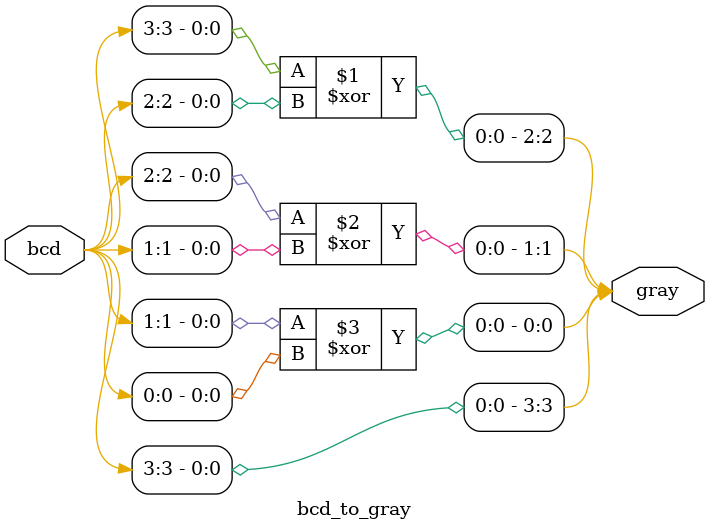
<source format=v>
module bcd_to_gray (input[3:0]bcd, output [3:0]gray);
    assign gray[3] = bcd[3];
    assign gray[2] = bcd[3]^bcd[2];
    assign gray[1] = bcd[2]^bcd[1];
    assign gray[0] = bcd[1]^bcd[0];
endmodule
</source>
